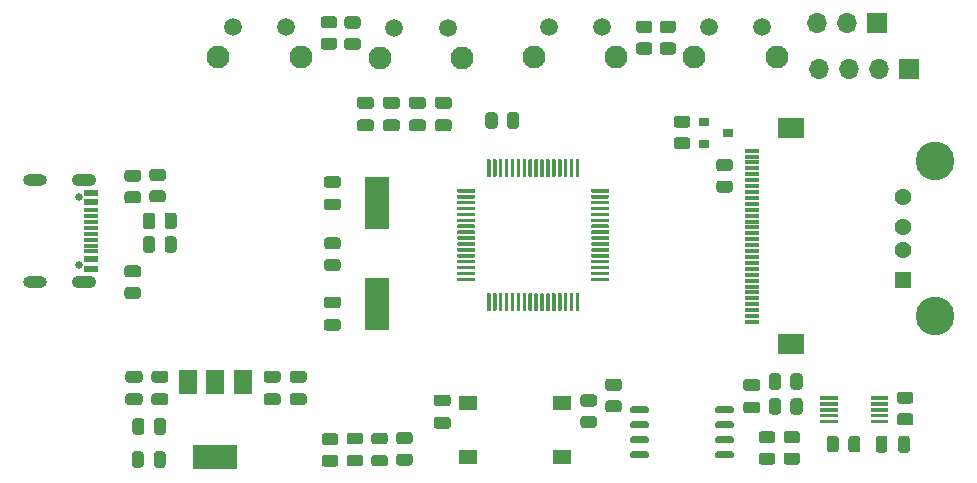
<source format=gbr>
%TF.GenerationSoftware,KiCad,Pcbnew,(5.1.10)-1*%
%TF.CreationDate,2022-04-11T13:22:52+08:00*%
%TF.ProjectId,stm32f103,73746d33-3266-4313-9033-2e6b69636164,rev?*%
%TF.SameCoordinates,Original*%
%TF.FileFunction,Soldermask,Top*%
%TF.FilePolarity,Negative*%
%FSLAX46Y46*%
G04 Gerber Fmt 4.6, Leading zero omitted, Abs format (unit mm)*
G04 Created by KiCad (PCBNEW (5.1.10)-1) date 2022-04-11 13:22:52*
%MOMM*%
%LPD*%
G01*
G04 APERTURE LIST*
%ADD10R,2.200000X1.800000*%
%ADD11R,1.300000X0.300000*%
%ADD12R,1.428000X1.428000*%
%ADD13C,1.428000*%
%ADD14C,3.276000*%
%ADD15O,2.000000X1.000000*%
%ADD16O,2.100000X1.050000*%
%ADD17C,0.650000*%
%ADD18R,1.150000X0.600000*%
%ADD19R,1.150000X0.300000*%
%ADD20O,1.700000X1.700000*%
%ADD21R,1.700000X1.700000*%
%ADD22R,0.900000X0.800000*%
%ADD23C,1.498000*%
%ADD24C,1.950000*%
%ADD25R,1.550000X1.300000*%
%ADD26R,1.500000X2.000000*%
%ADD27R,3.800000X2.000000*%
%ADD28R,2.000000X4.500000*%
G04 APERTURE END LIST*
D10*
%TO.C,J4*%
X179900000Y-89450000D03*
X179900000Y-107750000D03*
D11*
X176650000Y-105850000D03*
X176650000Y-105350000D03*
X176650000Y-104850000D03*
X176650000Y-104350000D03*
X176650000Y-103850000D03*
X176650000Y-103350000D03*
X176650000Y-102850000D03*
X176650000Y-102350000D03*
X176650000Y-101850000D03*
X176650000Y-101350000D03*
X176650000Y-100850000D03*
X176650000Y-100350000D03*
X176650000Y-99850000D03*
X176650000Y-99350000D03*
X176650000Y-98850000D03*
X176650000Y-98350000D03*
X176650000Y-97850000D03*
X176650000Y-97350000D03*
X176650000Y-96850000D03*
X176650000Y-96350000D03*
X176650000Y-95850000D03*
X176650000Y-95350000D03*
X176650000Y-94850000D03*
X176650000Y-94350000D03*
X176650000Y-93850000D03*
X176650000Y-93350000D03*
X176650000Y-92850000D03*
X176650000Y-92350000D03*
X176650000Y-91850000D03*
X176650000Y-91350000D03*
%TD*%
%TO.C,R11*%
G36*
G01*
X126087500Y-98849998D02*
X126087500Y-99750002D01*
G75*
G02*
X125837502Y-100000000I-249998J0D01*
G01*
X125312498Y-100000000D01*
G75*
G02*
X125062500Y-99750002I0J249998D01*
G01*
X125062500Y-98849998D01*
G75*
G02*
X125312498Y-98600000I249998J0D01*
G01*
X125837502Y-98600000D01*
G75*
G02*
X126087500Y-98849998I0J-249998D01*
G01*
G37*
G36*
G01*
X127912500Y-98849998D02*
X127912500Y-99750002D01*
G75*
G02*
X127662502Y-100000000I-249998J0D01*
G01*
X127137498Y-100000000D01*
G75*
G02*
X126887500Y-99750002I0J249998D01*
G01*
X126887500Y-98849998D01*
G75*
G02*
X127137498Y-98600000I249998J0D01*
G01*
X127662502Y-98600000D01*
G75*
G02*
X127912500Y-98849998I0J-249998D01*
G01*
G37*
%TD*%
%TO.C,R12*%
G36*
G01*
X126087500Y-96849998D02*
X126087500Y-97750002D01*
G75*
G02*
X125837502Y-98000000I-249998J0D01*
G01*
X125312498Y-98000000D01*
G75*
G02*
X125062500Y-97750002I0J249998D01*
G01*
X125062500Y-96849998D01*
G75*
G02*
X125312498Y-96600000I249998J0D01*
G01*
X125837502Y-96600000D01*
G75*
G02*
X126087500Y-96849998I0J-249998D01*
G01*
G37*
G36*
G01*
X127912500Y-96849998D02*
X127912500Y-97750002D01*
G75*
G02*
X127662502Y-98000000I-249998J0D01*
G01*
X127137498Y-98000000D01*
G75*
G02*
X126887500Y-97750002I0J249998D01*
G01*
X126887500Y-96849998D01*
G75*
G02*
X127137498Y-96600000I249998J0D01*
G01*
X127662502Y-96600000D01*
G75*
G02*
X127912500Y-96849998I0J-249998D01*
G01*
G37*
%TD*%
%TO.C,U2*%
G36*
G01*
X151650000Y-94825000D02*
X151650000Y-94675000D01*
G75*
G02*
X151725000Y-94600000I75000J0D01*
G01*
X153125000Y-94600000D01*
G75*
G02*
X153200000Y-94675000I0J-75000D01*
G01*
X153200000Y-94825000D01*
G75*
G02*
X153125000Y-94900000I-75000J0D01*
G01*
X151725000Y-94900000D01*
G75*
G02*
X151650000Y-94825000I0J75000D01*
G01*
G37*
G36*
G01*
X151650000Y-95325000D02*
X151650000Y-95175000D01*
G75*
G02*
X151725000Y-95100000I75000J0D01*
G01*
X153125000Y-95100000D01*
G75*
G02*
X153200000Y-95175000I0J-75000D01*
G01*
X153200000Y-95325000D01*
G75*
G02*
X153125000Y-95400000I-75000J0D01*
G01*
X151725000Y-95400000D01*
G75*
G02*
X151650000Y-95325000I0J75000D01*
G01*
G37*
G36*
G01*
X151650000Y-95825000D02*
X151650000Y-95675000D01*
G75*
G02*
X151725000Y-95600000I75000J0D01*
G01*
X153125000Y-95600000D01*
G75*
G02*
X153200000Y-95675000I0J-75000D01*
G01*
X153200000Y-95825000D01*
G75*
G02*
X153125000Y-95900000I-75000J0D01*
G01*
X151725000Y-95900000D01*
G75*
G02*
X151650000Y-95825000I0J75000D01*
G01*
G37*
G36*
G01*
X151650000Y-96325000D02*
X151650000Y-96175000D01*
G75*
G02*
X151725000Y-96100000I75000J0D01*
G01*
X153125000Y-96100000D01*
G75*
G02*
X153200000Y-96175000I0J-75000D01*
G01*
X153200000Y-96325000D01*
G75*
G02*
X153125000Y-96400000I-75000J0D01*
G01*
X151725000Y-96400000D01*
G75*
G02*
X151650000Y-96325000I0J75000D01*
G01*
G37*
G36*
G01*
X151650000Y-96825000D02*
X151650000Y-96675000D01*
G75*
G02*
X151725000Y-96600000I75000J0D01*
G01*
X153125000Y-96600000D01*
G75*
G02*
X153200000Y-96675000I0J-75000D01*
G01*
X153200000Y-96825000D01*
G75*
G02*
X153125000Y-96900000I-75000J0D01*
G01*
X151725000Y-96900000D01*
G75*
G02*
X151650000Y-96825000I0J75000D01*
G01*
G37*
G36*
G01*
X151650000Y-97325000D02*
X151650000Y-97175000D01*
G75*
G02*
X151725000Y-97100000I75000J0D01*
G01*
X153125000Y-97100000D01*
G75*
G02*
X153200000Y-97175000I0J-75000D01*
G01*
X153200000Y-97325000D01*
G75*
G02*
X153125000Y-97400000I-75000J0D01*
G01*
X151725000Y-97400000D01*
G75*
G02*
X151650000Y-97325000I0J75000D01*
G01*
G37*
G36*
G01*
X151650000Y-97825000D02*
X151650000Y-97675000D01*
G75*
G02*
X151725000Y-97600000I75000J0D01*
G01*
X153125000Y-97600000D01*
G75*
G02*
X153200000Y-97675000I0J-75000D01*
G01*
X153200000Y-97825000D01*
G75*
G02*
X153125000Y-97900000I-75000J0D01*
G01*
X151725000Y-97900000D01*
G75*
G02*
X151650000Y-97825000I0J75000D01*
G01*
G37*
G36*
G01*
X151650000Y-98325000D02*
X151650000Y-98175000D01*
G75*
G02*
X151725000Y-98100000I75000J0D01*
G01*
X153125000Y-98100000D01*
G75*
G02*
X153200000Y-98175000I0J-75000D01*
G01*
X153200000Y-98325000D01*
G75*
G02*
X153125000Y-98400000I-75000J0D01*
G01*
X151725000Y-98400000D01*
G75*
G02*
X151650000Y-98325000I0J75000D01*
G01*
G37*
G36*
G01*
X151650000Y-98825000D02*
X151650000Y-98675000D01*
G75*
G02*
X151725000Y-98600000I75000J0D01*
G01*
X153125000Y-98600000D01*
G75*
G02*
X153200000Y-98675000I0J-75000D01*
G01*
X153200000Y-98825000D01*
G75*
G02*
X153125000Y-98900000I-75000J0D01*
G01*
X151725000Y-98900000D01*
G75*
G02*
X151650000Y-98825000I0J75000D01*
G01*
G37*
G36*
G01*
X151650000Y-99325000D02*
X151650000Y-99175000D01*
G75*
G02*
X151725000Y-99100000I75000J0D01*
G01*
X153125000Y-99100000D01*
G75*
G02*
X153200000Y-99175000I0J-75000D01*
G01*
X153200000Y-99325000D01*
G75*
G02*
X153125000Y-99400000I-75000J0D01*
G01*
X151725000Y-99400000D01*
G75*
G02*
X151650000Y-99325000I0J75000D01*
G01*
G37*
G36*
G01*
X151650000Y-99825000D02*
X151650000Y-99675000D01*
G75*
G02*
X151725000Y-99600000I75000J0D01*
G01*
X153125000Y-99600000D01*
G75*
G02*
X153200000Y-99675000I0J-75000D01*
G01*
X153200000Y-99825000D01*
G75*
G02*
X153125000Y-99900000I-75000J0D01*
G01*
X151725000Y-99900000D01*
G75*
G02*
X151650000Y-99825000I0J75000D01*
G01*
G37*
G36*
G01*
X151650000Y-100325000D02*
X151650000Y-100175000D01*
G75*
G02*
X151725000Y-100100000I75000J0D01*
G01*
X153125000Y-100100000D01*
G75*
G02*
X153200000Y-100175000I0J-75000D01*
G01*
X153200000Y-100325000D01*
G75*
G02*
X153125000Y-100400000I-75000J0D01*
G01*
X151725000Y-100400000D01*
G75*
G02*
X151650000Y-100325000I0J75000D01*
G01*
G37*
G36*
G01*
X151650000Y-100825000D02*
X151650000Y-100675000D01*
G75*
G02*
X151725000Y-100600000I75000J0D01*
G01*
X153125000Y-100600000D01*
G75*
G02*
X153200000Y-100675000I0J-75000D01*
G01*
X153200000Y-100825000D01*
G75*
G02*
X153125000Y-100900000I-75000J0D01*
G01*
X151725000Y-100900000D01*
G75*
G02*
X151650000Y-100825000I0J75000D01*
G01*
G37*
G36*
G01*
X151650000Y-101325000D02*
X151650000Y-101175000D01*
G75*
G02*
X151725000Y-101100000I75000J0D01*
G01*
X153125000Y-101100000D01*
G75*
G02*
X153200000Y-101175000I0J-75000D01*
G01*
X153200000Y-101325000D01*
G75*
G02*
X153125000Y-101400000I-75000J0D01*
G01*
X151725000Y-101400000D01*
G75*
G02*
X151650000Y-101325000I0J75000D01*
G01*
G37*
G36*
G01*
X151650000Y-101825000D02*
X151650000Y-101675000D01*
G75*
G02*
X151725000Y-101600000I75000J0D01*
G01*
X153125000Y-101600000D01*
G75*
G02*
X153200000Y-101675000I0J-75000D01*
G01*
X153200000Y-101825000D01*
G75*
G02*
X153125000Y-101900000I-75000J0D01*
G01*
X151725000Y-101900000D01*
G75*
G02*
X151650000Y-101825000I0J75000D01*
G01*
G37*
G36*
G01*
X151650000Y-102325000D02*
X151650000Y-102175000D01*
G75*
G02*
X151725000Y-102100000I75000J0D01*
G01*
X153125000Y-102100000D01*
G75*
G02*
X153200000Y-102175000I0J-75000D01*
G01*
X153200000Y-102325000D01*
G75*
G02*
X153125000Y-102400000I-75000J0D01*
G01*
X151725000Y-102400000D01*
G75*
G02*
X151650000Y-102325000I0J75000D01*
G01*
G37*
G36*
G01*
X154200000Y-104875000D02*
X154200000Y-103475000D01*
G75*
G02*
X154275000Y-103400000I75000J0D01*
G01*
X154425000Y-103400000D01*
G75*
G02*
X154500000Y-103475000I0J-75000D01*
G01*
X154500000Y-104875000D01*
G75*
G02*
X154425000Y-104950000I-75000J0D01*
G01*
X154275000Y-104950000D01*
G75*
G02*
X154200000Y-104875000I0J75000D01*
G01*
G37*
G36*
G01*
X154700000Y-104875000D02*
X154700000Y-103475000D01*
G75*
G02*
X154775000Y-103400000I75000J0D01*
G01*
X154925000Y-103400000D01*
G75*
G02*
X155000000Y-103475000I0J-75000D01*
G01*
X155000000Y-104875000D01*
G75*
G02*
X154925000Y-104950000I-75000J0D01*
G01*
X154775000Y-104950000D01*
G75*
G02*
X154700000Y-104875000I0J75000D01*
G01*
G37*
G36*
G01*
X155200000Y-104875000D02*
X155200000Y-103475000D01*
G75*
G02*
X155275000Y-103400000I75000J0D01*
G01*
X155425000Y-103400000D01*
G75*
G02*
X155500000Y-103475000I0J-75000D01*
G01*
X155500000Y-104875000D01*
G75*
G02*
X155425000Y-104950000I-75000J0D01*
G01*
X155275000Y-104950000D01*
G75*
G02*
X155200000Y-104875000I0J75000D01*
G01*
G37*
G36*
G01*
X155700000Y-104875000D02*
X155700000Y-103475000D01*
G75*
G02*
X155775000Y-103400000I75000J0D01*
G01*
X155925000Y-103400000D01*
G75*
G02*
X156000000Y-103475000I0J-75000D01*
G01*
X156000000Y-104875000D01*
G75*
G02*
X155925000Y-104950000I-75000J0D01*
G01*
X155775000Y-104950000D01*
G75*
G02*
X155700000Y-104875000I0J75000D01*
G01*
G37*
G36*
G01*
X156200000Y-104875000D02*
X156200000Y-103475000D01*
G75*
G02*
X156275000Y-103400000I75000J0D01*
G01*
X156425000Y-103400000D01*
G75*
G02*
X156500000Y-103475000I0J-75000D01*
G01*
X156500000Y-104875000D01*
G75*
G02*
X156425000Y-104950000I-75000J0D01*
G01*
X156275000Y-104950000D01*
G75*
G02*
X156200000Y-104875000I0J75000D01*
G01*
G37*
G36*
G01*
X156700000Y-104875000D02*
X156700000Y-103475000D01*
G75*
G02*
X156775000Y-103400000I75000J0D01*
G01*
X156925000Y-103400000D01*
G75*
G02*
X157000000Y-103475000I0J-75000D01*
G01*
X157000000Y-104875000D01*
G75*
G02*
X156925000Y-104950000I-75000J0D01*
G01*
X156775000Y-104950000D01*
G75*
G02*
X156700000Y-104875000I0J75000D01*
G01*
G37*
G36*
G01*
X157200000Y-104875000D02*
X157200000Y-103475000D01*
G75*
G02*
X157275000Y-103400000I75000J0D01*
G01*
X157425000Y-103400000D01*
G75*
G02*
X157500000Y-103475000I0J-75000D01*
G01*
X157500000Y-104875000D01*
G75*
G02*
X157425000Y-104950000I-75000J0D01*
G01*
X157275000Y-104950000D01*
G75*
G02*
X157200000Y-104875000I0J75000D01*
G01*
G37*
G36*
G01*
X157700000Y-104875000D02*
X157700000Y-103475000D01*
G75*
G02*
X157775000Y-103400000I75000J0D01*
G01*
X157925000Y-103400000D01*
G75*
G02*
X158000000Y-103475000I0J-75000D01*
G01*
X158000000Y-104875000D01*
G75*
G02*
X157925000Y-104950000I-75000J0D01*
G01*
X157775000Y-104950000D01*
G75*
G02*
X157700000Y-104875000I0J75000D01*
G01*
G37*
G36*
G01*
X158200000Y-104875000D02*
X158200000Y-103475000D01*
G75*
G02*
X158275000Y-103400000I75000J0D01*
G01*
X158425000Y-103400000D01*
G75*
G02*
X158500000Y-103475000I0J-75000D01*
G01*
X158500000Y-104875000D01*
G75*
G02*
X158425000Y-104950000I-75000J0D01*
G01*
X158275000Y-104950000D01*
G75*
G02*
X158200000Y-104875000I0J75000D01*
G01*
G37*
G36*
G01*
X158700000Y-104875000D02*
X158700000Y-103475000D01*
G75*
G02*
X158775000Y-103400000I75000J0D01*
G01*
X158925000Y-103400000D01*
G75*
G02*
X159000000Y-103475000I0J-75000D01*
G01*
X159000000Y-104875000D01*
G75*
G02*
X158925000Y-104950000I-75000J0D01*
G01*
X158775000Y-104950000D01*
G75*
G02*
X158700000Y-104875000I0J75000D01*
G01*
G37*
G36*
G01*
X159200000Y-104875000D02*
X159200000Y-103475000D01*
G75*
G02*
X159275000Y-103400000I75000J0D01*
G01*
X159425000Y-103400000D01*
G75*
G02*
X159500000Y-103475000I0J-75000D01*
G01*
X159500000Y-104875000D01*
G75*
G02*
X159425000Y-104950000I-75000J0D01*
G01*
X159275000Y-104950000D01*
G75*
G02*
X159200000Y-104875000I0J75000D01*
G01*
G37*
G36*
G01*
X159700000Y-104875000D02*
X159700000Y-103475000D01*
G75*
G02*
X159775000Y-103400000I75000J0D01*
G01*
X159925000Y-103400000D01*
G75*
G02*
X160000000Y-103475000I0J-75000D01*
G01*
X160000000Y-104875000D01*
G75*
G02*
X159925000Y-104950000I-75000J0D01*
G01*
X159775000Y-104950000D01*
G75*
G02*
X159700000Y-104875000I0J75000D01*
G01*
G37*
G36*
G01*
X160200000Y-104875000D02*
X160200000Y-103475000D01*
G75*
G02*
X160275000Y-103400000I75000J0D01*
G01*
X160425000Y-103400000D01*
G75*
G02*
X160500000Y-103475000I0J-75000D01*
G01*
X160500000Y-104875000D01*
G75*
G02*
X160425000Y-104950000I-75000J0D01*
G01*
X160275000Y-104950000D01*
G75*
G02*
X160200000Y-104875000I0J75000D01*
G01*
G37*
G36*
G01*
X160700000Y-104875000D02*
X160700000Y-103475000D01*
G75*
G02*
X160775000Y-103400000I75000J0D01*
G01*
X160925000Y-103400000D01*
G75*
G02*
X161000000Y-103475000I0J-75000D01*
G01*
X161000000Y-104875000D01*
G75*
G02*
X160925000Y-104950000I-75000J0D01*
G01*
X160775000Y-104950000D01*
G75*
G02*
X160700000Y-104875000I0J75000D01*
G01*
G37*
G36*
G01*
X161200000Y-104875000D02*
X161200000Y-103475000D01*
G75*
G02*
X161275000Y-103400000I75000J0D01*
G01*
X161425000Y-103400000D01*
G75*
G02*
X161500000Y-103475000I0J-75000D01*
G01*
X161500000Y-104875000D01*
G75*
G02*
X161425000Y-104950000I-75000J0D01*
G01*
X161275000Y-104950000D01*
G75*
G02*
X161200000Y-104875000I0J75000D01*
G01*
G37*
G36*
G01*
X161700000Y-104875000D02*
X161700000Y-103475000D01*
G75*
G02*
X161775000Y-103400000I75000J0D01*
G01*
X161925000Y-103400000D01*
G75*
G02*
X162000000Y-103475000I0J-75000D01*
G01*
X162000000Y-104875000D01*
G75*
G02*
X161925000Y-104950000I-75000J0D01*
G01*
X161775000Y-104950000D01*
G75*
G02*
X161700000Y-104875000I0J75000D01*
G01*
G37*
G36*
G01*
X163000000Y-102325000D02*
X163000000Y-102175000D01*
G75*
G02*
X163075000Y-102100000I75000J0D01*
G01*
X164475000Y-102100000D01*
G75*
G02*
X164550000Y-102175000I0J-75000D01*
G01*
X164550000Y-102325000D01*
G75*
G02*
X164475000Y-102400000I-75000J0D01*
G01*
X163075000Y-102400000D01*
G75*
G02*
X163000000Y-102325000I0J75000D01*
G01*
G37*
G36*
G01*
X163000000Y-101825000D02*
X163000000Y-101675000D01*
G75*
G02*
X163075000Y-101600000I75000J0D01*
G01*
X164475000Y-101600000D01*
G75*
G02*
X164550000Y-101675000I0J-75000D01*
G01*
X164550000Y-101825000D01*
G75*
G02*
X164475000Y-101900000I-75000J0D01*
G01*
X163075000Y-101900000D01*
G75*
G02*
X163000000Y-101825000I0J75000D01*
G01*
G37*
G36*
G01*
X163000000Y-101325000D02*
X163000000Y-101175000D01*
G75*
G02*
X163075000Y-101100000I75000J0D01*
G01*
X164475000Y-101100000D01*
G75*
G02*
X164550000Y-101175000I0J-75000D01*
G01*
X164550000Y-101325000D01*
G75*
G02*
X164475000Y-101400000I-75000J0D01*
G01*
X163075000Y-101400000D01*
G75*
G02*
X163000000Y-101325000I0J75000D01*
G01*
G37*
G36*
G01*
X163000000Y-100825000D02*
X163000000Y-100675000D01*
G75*
G02*
X163075000Y-100600000I75000J0D01*
G01*
X164475000Y-100600000D01*
G75*
G02*
X164550000Y-100675000I0J-75000D01*
G01*
X164550000Y-100825000D01*
G75*
G02*
X164475000Y-100900000I-75000J0D01*
G01*
X163075000Y-100900000D01*
G75*
G02*
X163000000Y-100825000I0J75000D01*
G01*
G37*
G36*
G01*
X163000000Y-100325000D02*
X163000000Y-100175000D01*
G75*
G02*
X163075000Y-100100000I75000J0D01*
G01*
X164475000Y-100100000D01*
G75*
G02*
X164550000Y-100175000I0J-75000D01*
G01*
X164550000Y-100325000D01*
G75*
G02*
X164475000Y-100400000I-75000J0D01*
G01*
X163075000Y-100400000D01*
G75*
G02*
X163000000Y-100325000I0J75000D01*
G01*
G37*
G36*
G01*
X163000000Y-99825000D02*
X163000000Y-99675000D01*
G75*
G02*
X163075000Y-99600000I75000J0D01*
G01*
X164475000Y-99600000D01*
G75*
G02*
X164550000Y-99675000I0J-75000D01*
G01*
X164550000Y-99825000D01*
G75*
G02*
X164475000Y-99900000I-75000J0D01*
G01*
X163075000Y-99900000D01*
G75*
G02*
X163000000Y-99825000I0J75000D01*
G01*
G37*
G36*
G01*
X163000000Y-99325000D02*
X163000000Y-99175000D01*
G75*
G02*
X163075000Y-99100000I75000J0D01*
G01*
X164475000Y-99100000D01*
G75*
G02*
X164550000Y-99175000I0J-75000D01*
G01*
X164550000Y-99325000D01*
G75*
G02*
X164475000Y-99400000I-75000J0D01*
G01*
X163075000Y-99400000D01*
G75*
G02*
X163000000Y-99325000I0J75000D01*
G01*
G37*
G36*
G01*
X163000000Y-98825000D02*
X163000000Y-98675000D01*
G75*
G02*
X163075000Y-98600000I75000J0D01*
G01*
X164475000Y-98600000D01*
G75*
G02*
X164550000Y-98675000I0J-75000D01*
G01*
X164550000Y-98825000D01*
G75*
G02*
X164475000Y-98900000I-75000J0D01*
G01*
X163075000Y-98900000D01*
G75*
G02*
X163000000Y-98825000I0J75000D01*
G01*
G37*
G36*
G01*
X163000000Y-98325000D02*
X163000000Y-98175000D01*
G75*
G02*
X163075000Y-98100000I75000J0D01*
G01*
X164475000Y-98100000D01*
G75*
G02*
X164550000Y-98175000I0J-75000D01*
G01*
X164550000Y-98325000D01*
G75*
G02*
X164475000Y-98400000I-75000J0D01*
G01*
X163075000Y-98400000D01*
G75*
G02*
X163000000Y-98325000I0J75000D01*
G01*
G37*
G36*
G01*
X163000000Y-97825000D02*
X163000000Y-97675000D01*
G75*
G02*
X163075000Y-97600000I75000J0D01*
G01*
X164475000Y-97600000D01*
G75*
G02*
X164550000Y-97675000I0J-75000D01*
G01*
X164550000Y-97825000D01*
G75*
G02*
X164475000Y-97900000I-75000J0D01*
G01*
X163075000Y-97900000D01*
G75*
G02*
X163000000Y-97825000I0J75000D01*
G01*
G37*
G36*
G01*
X163000000Y-97325000D02*
X163000000Y-97175000D01*
G75*
G02*
X163075000Y-97100000I75000J0D01*
G01*
X164475000Y-97100000D01*
G75*
G02*
X164550000Y-97175000I0J-75000D01*
G01*
X164550000Y-97325000D01*
G75*
G02*
X164475000Y-97400000I-75000J0D01*
G01*
X163075000Y-97400000D01*
G75*
G02*
X163000000Y-97325000I0J75000D01*
G01*
G37*
G36*
G01*
X163000000Y-96825000D02*
X163000000Y-96675000D01*
G75*
G02*
X163075000Y-96600000I75000J0D01*
G01*
X164475000Y-96600000D01*
G75*
G02*
X164550000Y-96675000I0J-75000D01*
G01*
X164550000Y-96825000D01*
G75*
G02*
X164475000Y-96900000I-75000J0D01*
G01*
X163075000Y-96900000D01*
G75*
G02*
X163000000Y-96825000I0J75000D01*
G01*
G37*
G36*
G01*
X163000000Y-96325000D02*
X163000000Y-96175000D01*
G75*
G02*
X163075000Y-96100000I75000J0D01*
G01*
X164475000Y-96100000D01*
G75*
G02*
X164550000Y-96175000I0J-75000D01*
G01*
X164550000Y-96325000D01*
G75*
G02*
X164475000Y-96400000I-75000J0D01*
G01*
X163075000Y-96400000D01*
G75*
G02*
X163000000Y-96325000I0J75000D01*
G01*
G37*
G36*
G01*
X163000000Y-95825000D02*
X163000000Y-95675000D01*
G75*
G02*
X163075000Y-95600000I75000J0D01*
G01*
X164475000Y-95600000D01*
G75*
G02*
X164550000Y-95675000I0J-75000D01*
G01*
X164550000Y-95825000D01*
G75*
G02*
X164475000Y-95900000I-75000J0D01*
G01*
X163075000Y-95900000D01*
G75*
G02*
X163000000Y-95825000I0J75000D01*
G01*
G37*
G36*
G01*
X163000000Y-95325000D02*
X163000000Y-95175000D01*
G75*
G02*
X163075000Y-95100000I75000J0D01*
G01*
X164475000Y-95100000D01*
G75*
G02*
X164550000Y-95175000I0J-75000D01*
G01*
X164550000Y-95325000D01*
G75*
G02*
X164475000Y-95400000I-75000J0D01*
G01*
X163075000Y-95400000D01*
G75*
G02*
X163000000Y-95325000I0J75000D01*
G01*
G37*
G36*
G01*
X163000000Y-94825000D02*
X163000000Y-94675000D01*
G75*
G02*
X163075000Y-94600000I75000J0D01*
G01*
X164475000Y-94600000D01*
G75*
G02*
X164550000Y-94675000I0J-75000D01*
G01*
X164550000Y-94825000D01*
G75*
G02*
X164475000Y-94900000I-75000J0D01*
G01*
X163075000Y-94900000D01*
G75*
G02*
X163000000Y-94825000I0J75000D01*
G01*
G37*
G36*
G01*
X161700000Y-93525000D02*
X161700000Y-92125000D01*
G75*
G02*
X161775000Y-92050000I75000J0D01*
G01*
X161925000Y-92050000D01*
G75*
G02*
X162000000Y-92125000I0J-75000D01*
G01*
X162000000Y-93525000D01*
G75*
G02*
X161925000Y-93600000I-75000J0D01*
G01*
X161775000Y-93600000D01*
G75*
G02*
X161700000Y-93525000I0J75000D01*
G01*
G37*
G36*
G01*
X161200000Y-93525000D02*
X161200000Y-92125000D01*
G75*
G02*
X161275000Y-92050000I75000J0D01*
G01*
X161425000Y-92050000D01*
G75*
G02*
X161500000Y-92125000I0J-75000D01*
G01*
X161500000Y-93525000D01*
G75*
G02*
X161425000Y-93600000I-75000J0D01*
G01*
X161275000Y-93600000D01*
G75*
G02*
X161200000Y-93525000I0J75000D01*
G01*
G37*
G36*
G01*
X160700000Y-93525000D02*
X160700000Y-92125000D01*
G75*
G02*
X160775000Y-92050000I75000J0D01*
G01*
X160925000Y-92050000D01*
G75*
G02*
X161000000Y-92125000I0J-75000D01*
G01*
X161000000Y-93525000D01*
G75*
G02*
X160925000Y-93600000I-75000J0D01*
G01*
X160775000Y-93600000D01*
G75*
G02*
X160700000Y-93525000I0J75000D01*
G01*
G37*
G36*
G01*
X160200000Y-93525000D02*
X160200000Y-92125000D01*
G75*
G02*
X160275000Y-92050000I75000J0D01*
G01*
X160425000Y-92050000D01*
G75*
G02*
X160500000Y-92125000I0J-75000D01*
G01*
X160500000Y-93525000D01*
G75*
G02*
X160425000Y-93600000I-75000J0D01*
G01*
X160275000Y-93600000D01*
G75*
G02*
X160200000Y-93525000I0J75000D01*
G01*
G37*
G36*
G01*
X159700000Y-93525000D02*
X159700000Y-92125000D01*
G75*
G02*
X159775000Y-92050000I75000J0D01*
G01*
X159925000Y-92050000D01*
G75*
G02*
X160000000Y-92125000I0J-75000D01*
G01*
X160000000Y-93525000D01*
G75*
G02*
X159925000Y-93600000I-75000J0D01*
G01*
X159775000Y-93600000D01*
G75*
G02*
X159700000Y-93525000I0J75000D01*
G01*
G37*
G36*
G01*
X159200000Y-93525000D02*
X159200000Y-92125000D01*
G75*
G02*
X159275000Y-92050000I75000J0D01*
G01*
X159425000Y-92050000D01*
G75*
G02*
X159500000Y-92125000I0J-75000D01*
G01*
X159500000Y-93525000D01*
G75*
G02*
X159425000Y-93600000I-75000J0D01*
G01*
X159275000Y-93600000D01*
G75*
G02*
X159200000Y-93525000I0J75000D01*
G01*
G37*
G36*
G01*
X158700000Y-93525000D02*
X158700000Y-92125000D01*
G75*
G02*
X158775000Y-92050000I75000J0D01*
G01*
X158925000Y-92050000D01*
G75*
G02*
X159000000Y-92125000I0J-75000D01*
G01*
X159000000Y-93525000D01*
G75*
G02*
X158925000Y-93600000I-75000J0D01*
G01*
X158775000Y-93600000D01*
G75*
G02*
X158700000Y-93525000I0J75000D01*
G01*
G37*
G36*
G01*
X158200000Y-93525000D02*
X158200000Y-92125000D01*
G75*
G02*
X158275000Y-92050000I75000J0D01*
G01*
X158425000Y-92050000D01*
G75*
G02*
X158500000Y-92125000I0J-75000D01*
G01*
X158500000Y-93525000D01*
G75*
G02*
X158425000Y-93600000I-75000J0D01*
G01*
X158275000Y-93600000D01*
G75*
G02*
X158200000Y-93525000I0J75000D01*
G01*
G37*
G36*
G01*
X157700000Y-93525000D02*
X157700000Y-92125000D01*
G75*
G02*
X157775000Y-92050000I75000J0D01*
G01*
X157925000Y-92050000D01*
G75*
G02*
X158000000Y-92125000I0J-75000D01*
G01*
X158000000Y-93525000D01*
G75*
G02*
X157925000Y-93600000I-75000J0D01*
G01*
X157775000Y-93600000D01*
G75*
G02*
X157700000Y-93525000I0J75000D01*
G01*
G37*
G36*
G01*
X157200000Y-93525000D02*
X157200000Y-92125000D01*
G75*
G02*
X157275000Y-92050000I75000J0D01*
G01*
X157425000Y-92050000D01*
G75*
G02*
X157500000Y-92125000I0J-75000D01*
G01*
X157500000Y-93525000D01*
G75*
G02*
X157425000Y-93600000I-75000J0D01*
G01*
X157275000Y-93600000D01*
G75*
G02*
X157200000Y-93525000I0J75000D01*
G01*
G37*
G36*
G01*
X156700000Y-93525000D02*
X156700000Y-92125000D01*
G75*
G02*
X156775000Y-92050000I75000J0D01*
G01*
X156925000Y-92050000D01*
G75*
G02*
X157000000Y-92125000I0J-75000D01*
G01*
X157000000Y-93525000D01*
G75*
G02*
X156925000Y-93600000I-75000J0D01*
G01*
X156775000Y-93600000D01*
G75*
G02*
X156700000Y-93525000I0J75000D01*
G01*
G37*
G36*
G01*
X156200000Y-93525000D02*
X156200000Y-92125000D01*
G75*
G02*
X156275000Y-92050000I75000J0D01*
G01*
X156425000Y-92050000D01*
G75*
G02*
X156500000Y-92125000I0J-75000D01*
G01*
X156500000Y-93525000D01*
G75*
G02*
X156425000Y-93600000I-75000J0D01*
G01*
X156275000Y-93600000D01*
G75*
G02*
X156200000Y-93525000I0J75000D01*
G01*
G37*
G36*
G01*
X155700000Y-93525000D02*
X155700000Y-92125000D01*
G75*
G02*
X155775000Y-92050000I75000J0D01*
G01*
X155925000Y-92050000D01*
G75*
G02*
X156000000Y-92125000I0J-75000D01*
G01*
X156000000Y-93525000D01*
G75*
G02*
X155925000Y-93600000I-75000J0D01*
G01*
X155775000Y-93600000D01*
G75*
G02*
X155700000Y-93525000I0J75000D01*
G01*
G37*
G36*
G01*
X155200000Y-93525000D02*
X155200000Y-92125000D01*
G75*
G02*
X155275000Y-92050000I75000J0D01*
G01*
X155425000Y-92050000D01*
G75*
G02*
X155500000Y-92125000I0J-75000D01*
G01*
X155500000Y-93525000D01*
G75*
G02*
X155425000Y-93600000I-75000J0D01*
G01*
X155275000Y-93600000D01*
G75*
G02*
X155200000Y-93525000I0J75000D01*
G01*
G37*
G36*
G01*
X154700000Y-93525000D02*
X154700000Y-92125000D01*
G75*
G02*
X154775000Y-92050000I75000J0D01*
G01*
X154925000Y-92050000D01*
G75*
G02*
X155000000Y-92125000I0J-75000D01*
G01*
X155000000Y-93525000D01*
G75*
G02*
X154925000Y-93600000I-75000J0D01*
G01*
X154775000Y-93600000D01*
G75*
G02*
X154700000Y-93525000I0J75000D01*
G01*
G37*
G36*
G01*
X154200000Y-93525000D02*
X154200000Y-92125000D01*
G75*
G02*
X154275000Y-92050000I75000J0D01*
G01*
X154425000Y-92050000D01*
G75*
G02*
X154500000Y-92125000I0J-75000D01*
G01*
X154500000Y-93525000D01*
G75*
G02*
X154425000Y-93600000I-75000J0D01*
G01*
X154275000Y-93600000D01*
G75*
G02*
X154200000Y-93525000I0J75000D01*
G01*
G37*
%TD*%
%TO.C,D3*%
G36*
G01*
X144643750Y-115237500D02*
X145556250Y-115237500D01*
G75*
G02*
X145800000Y-115481250I0J-243750D01*
G01*
X145800000Y-115968750D01*
G75*
G02*
X145556250Y-116212500I-243750J0D01*
G01*
X144643750Y-116212500D01*
G75*
G02*
X144400000Y-115968750I0J243750D01*
G01*
X144400000Y-115481250D01*
G75*
G02*
X144643750Y-115237500I243750J0D01*
G01*
G37*
G36*
G01*
X144643750Y-117112500D02*
X145556250Y-117112500D01*
G75*
G02*
X145800000Y-117356250I0J-243750D01*
G01*
X145800000Y-117843750D01*
G75*
G02*
X145556250Y-118087500I-243750J0D01*
G01*
X144643750Y-118087500D01*
G75*
G02*
X144400000Y-117843750I0J243750D01*
G01*
X144400000Y-117356250D01*
G75*
G02*
X144643750Y-117112500I243750J0D01*
G01*
G37*
%TD*%
D12*
%TO.C,J3*%
X189390000Y-102300000D03*
D13*
X189390000Y-99800000D03*
X189390000Y-97800000D03*
X189390000Y-95300000D03*
D14*
X192100000Y-105370000D03*
X192100000Y-92230000D03*
%TD*%
D15*
%TO.C,J9*%
X115930000Y-93810000D03*
X115930000Y-102450000D03*
D16*
X120110000Y-93810000D03*
X120110000Y-102450000D03*
D17*
X119610000Y-101020000D03*
X119610000Y-95240000D03*
D18*
X120685000Y-94930000D03*
X120685000Y-101330000D03*
X120685000Y-95730000D03*
X120685000Y-100530000D03*
D19*
X120685000Y-98380000D03*
X120685000Y-97880000D03*
X120685000Y-98880000D03*
X120685000Y-99380000D03*
X120685000Y-99880000D03*
X120685000Y-97380000D03*
X120685000Y-96880000D03*
X120685000Y-96380000D03*
%TD*%
%TO.C,C1*%
G36*
G01*
X141575000Y-96400000D02*
X140625000Y-96400000D01*
G75*
G02*
X140375000Y-96150000I0J250000D01*
G01*
X140375000Y-95650000D01*
G75*
G02*
X140625000Y-95400000I250000J0D01*
G01*
X141575000Y-95400000D01*
G75*
G02*
X141825000Y-95650000I0J-250000D01*
G01*
X141825000Y-96150000D01*
G75*
G02*
X141575000Y-96400000I-250000J0D01*
G01*
G37*
G36*
G01*
X141575000Y-94500000D02*
X140625000Y-94500000D01*
G75*
G02*
X140375000Y-94250000I0J250000D01*
G01*
X140375000Y-93750000D01*
G75*
G02*
X140625000Y-93500000I250000J0D01*
G01*
X141575000Y-93500000D01*
G75*
G02*
X141825000Y-93750000I0J-250000D01*
G01*
X141825000Y-94250000D01*
G75*
G02*
X141575000Y-94500000I-250000J0D01*
G01*
G37*
%TD*%
%TO.C,C2*%
G36*
G01*
X123825000Y-111900000D02*
X124775000Y-111900000D01*
G75*
G02*
X125025000Y-112150000I0J-250000D01*
G01*
X125025000Y-112650000D01*
G75*
G02*
X124775000Y-112900000I-250000J0D01*
G01*
X123825000Y-112900000D01*
G75*
G02*
X123575000Y-112650000I0J250000D01*
G01*
X123575000Y-112150000D01*
G75*
G02*
X123825000Y-111900000I250000J0D01*
G01*
G37*
G36*
G01*
X123825000Y-110000000D02*
X124775000Y-110000000D01*
G75*
G02*
X125025000Y-110250000I0J-250000D01*
G01*
X125025000Y-110750000D01*
G75*
G02*
X124775000Y-111000000I-250000J0D01*
G01*
X123825000Y-111000000D01*
G75*
G02*
X123575000Y-110750000I0J250000D01*
G01*
X123575000Y-110250000D01*
G75*
G02*
X123825000Y-110000000I250000J0D01*
G01*
G37*
%TD*%
%TO.C,C3*%
G36*
G01*
X149925000Y-113900000D02*
X150875000Y-113900000D01*
G75*
G02*
X151125000Y-114150000I0J-250000D01*
G01*
X151125000Y-114650000D01*
G75*
G02*
X150875000Y-114900000I-250000J0D01*
G01*
X149925000Y-114900000D01*
G75*
G02*
X149675000Y-114650000I0J250000D01*
G01*
X149675000Y-114150000D01*
G75*
G02*
X149925000Y-113900000I250000J0D01*
G01*
G37*
G36*
G01*
X149925000Y-112000000D02*
X150875000Y-112000000D01*
G75*
G02*
X151125000Y-112250000I0J-250000D01*
G01*
X151125000Y-112750000D01*
G75*
G02*
X150875000Y-113000000I-250000J0D01*
G01*
X149925000Y-113000000D01*
G75*
G02*
X149675000Y-112750000I0J250000D01*
G01*
X149675000Y-112250000D01*
G75*
G02*
X149925000Y-112000000I250000J0D01*
G01*
G37*
%TD*%
%TO.C,C4*%
G36*
G01*
X140625000Y-105600000D02*
X141575000Y-105600000D01*
G75*
G02*
X141825000Y-105850000I0J-250000D01*
G01*
X141825000Y-106350000D01*
G75*
G02*
X141575000Y-106600000I-250000J0D01*
G01*
X140625000Y-106600000D01*
G75*
G02*
X140375000Y-106350000I0J250000D01*
G01*
X140375000Y-105850000D01*
G75*
G02*
X140625000Y-105600000I250000J0D01*
G01*
G37*
G36*
G01*
X140625000Y-103700000D02*
X141575000Y-103700000D01*
G75*
G02*
X141825000Y-103950000I0J-250000D01*
G01*
X141825000Y-104450000D01*
G75*
G02*
X141575000Y-104700000I-250000J0D01*
G01*
X140625000Y-104700000D01*
G75*
G02*
X140375000Y-104450000I0J250000D01*
G01*
X140375000Y-103950000D01*
G75*
G02*
X140625000Y-103700000I250000J0D01*
G01*
G37*
%TD*%
%TO.C,C5*%
G36*
G01*
X136475000Y-112900000D02*
X135525000Y-112900000D01*
G75*
G02*
X135275000Y-112650000I0J250000D01*
G01*
X135275000Y-112150000D01*
G75*
G02*
X135525000Y-111900000I250000J0D01*
G01*
X136475000Y-111900000D01*
G75*
G02*
X136725000Y-112150000I0J-250000D01*
G01*
X136725000Y-112650000D01*
G75*
G02*
X136475000Y-112900000I-250000J0D01*
G01*
G37*
G36*
G01*
X136475000Y-111000000D02*
X135525000Y-111000000D01*
G75*
G02*
X135275000Y-110750000I0J250000D01*
G01*
X135275000Y-110250000D01*
G75*
G02*
X135525000Y-110000000I250000J0D01*
G01*
X136475000Y-110000000D01*
G75*
G02*
X136725000Y-110250000I0J-250000D01*
G01*
X136725000Y-110750000D01*
G75*
G02*
X136475000Y-111000000I-250000J0D01*
G01*
G37*
%TD*%
%TO.C,C6*%
G36*
G01*
X144375000Y-87800000D02*
X143425000Y-87800000D01*
G75*
G02*
X143175000Y-87550000I0J250000D01*
G01*
X143175000Y-87050000D01*
G75*
G02*
X143425000Y-86800000I250000J0D01*
G01*
X144375000Y-86800000D01*
G75*
G02*
X144625000Y-87050000I0J-250000D01*
G01*
X144625000Y-87550000D01*
G75*
G02*
X144375000Y-87800000I-250000J0D01*
G01*
G37*
G36*
G01*
X144375000Y-89700000D02*
X143425000Y-89700000D01*
G75*
G02*
X143175000Y-89450000I0J250000D01*
G01*
X143175000Y-88950000D01*
G75*
G02*
X143425000Y-88700000I250000J0D01*
G01*
X144375000Y-88700000D01*
G75*
G02*
X144625000Y-88950000I0J-250000D01*
G01*
X144625000Y-89450000D01*
G75*
G02*
X144375000Y-89700000I-250000J0D01*
G01*
G37*
%TD*%
%TO.C,C7*%
G36*
G01*
X146575000Y-89700000D02*
X145625000Y-89700000D01*
G75*
G02*
X145375000Y-89450000I0J250000D01*
G01*
X145375000Y-88950000D01*
G75*
G02*
X145625000Y-88700000I250000J0D01*
G01*
X146575000Y-88700000D01*
G75*
G02*
X146825000Y-88950000I0J-250000D01*
G01*
X146825000Y-89450000D01*
G75*
G02*
X146575000Y-89700000I-250000J0D01*
G01*
G37*
G36*
G01*
X146575000Y-87800000D02*
X145625000Y-87800000D01*
G75*
G02*
X145375000Y-87550000I0J250000D01*
G01*
X145375000Y-87050000D01*
G75*
G02*
X145625000Y-86800000I250000J0D01*
G01*
X146575000Y-86800000D01*
G75*
G02*
X146825000Y-87050000I0J-250000D01*
G01*
X146825000Y-87550000D01*
G75*
G02*
X146575000Y-87800000I-250000J0D01*
G01*
G37*
%TD*%
%TO.C,C8*%
G36*
G01*
X148775000Y-87800000D02*
X147825000Y-87800000D01*
G75*
G02*
X147575000Y-87550000I0J250000D01*
G01*
X147575000Y-87050000D01*
G75*
G02*
X147825000Y-86800000I250000J0D01*
G01*
X148775000Y-86800000D01*
G75*
G02*
X149025000Y-87050000I0J-250000D01*
G01*
X149025000Y-87550000D01*
G75*
G02*
X148775000Y-87800000I-250000J0D01*
G01*
G37*
G36*
G01*
X148775000Y-89700000D02*
X147825000Y-89700000D01*
G75*
G02*
X147575000Y-89450000I0J250000D01*
G01*
X147575000Y-88950000D01*
G75*
G02*
X147825000Y-88700000I250000J0D01*
G01*
X148775000Y-88700000D01*
G75*
G02*
X149025000Y-88950000I0J-250000D01*
G01*
X149025000Y-89450000D01*
G75*
G02*
X148775000Y-89700000I-250000J0D01*
G01*
G37*
%TD*%
%TO.C,C9*%
G36*
G01*
X150975000Y-89700000D02*
X150025000Y-89700000D01*
G75*
G02*
X149775000Y-89450000I0J250000D01*
G01*
X149775000Y-88950000D01*
G75*
G02*
X150025000Y-88700000I250000J0D01*
G01*
X150975000Y-88700000D01*
G75*
G02*
X151225000Y-88950000I0J-250000D01*
G01*
X151225000Y-89450000D01*
G75*
G02*
X150975000Y-89700000I-250000J0D01*
G01*
G37*
G36*
G01*
X150975000Y-87800000D02*
X150025000Y-87800000D01*
G75*
G02*
X149775000Y-87550000I0J250000D01*
G01*
X149775000Y-87050000D01*
G75*
G02*
X150025000Y-86800000I250000J0D01*
G01*
X150975000Y-86800000D01*
G75*
G02*
X151225000Y-87050000I0J-250000D01*
G01*
X151225000Y-87550000D01*
G75*
G02*
X150975000Y-87800000I-250000J0D01*
G01*
G37*
%TD*%
%TO.C,C10*%
G36*
G01*
X190000000Y-115725000D02*
X190000000Y-116675000D01*
G75*
G02*
X189750000Y-116925000I-250000J0D01*
G01*
X189250000Y-116925000D01*
G75*
G02*
X189000000Y-116675000I0J250000D01*
G01*
X189000000Y-115725000D01*
G75*
G02*
X189250000Y-115475000I250000J0D01*
G01*
X189750000Y-115475000D01*
G75*
G02*
X190000000Y-115725000I0J-250000D01*
G01*
G37*
G36*
G01*
X188100000Y-115725000D02*
X188100000Y-116675000D01*
G75*
G02*
X187850000Y-116925000I-250000J0D01*
G01*
X187350000Y-116925000D01*
G75*
G02*
X187100000Y-116675000I0J250000D01*
G01*
X187100000Y-115725000D01*
G75*
G02*
X187350000Y-115475000I250000J0D01*
G01*
X187850000Y-115475000D01*
G75*
G02*
X188100000Y-115725000I0J-250000D01*
G01*
G37*
%TD*%
%TO.C,C11*%
G36*
G01*
X126025000Y-110000000D02*
X126975000Y-110000000D01*
G75*
G02*
X127225000Y-110250000I0J-250000D01*
G01*
X127225000Y-110750000D01*
G75*
G02*
X126975000Y-111000000I-250000J0D01*
G01*
X126025000Y-111000000D01*
G75*
G02*
X125775000Y-110750000I0J250000D01*
G01*
X125775000Y-110250000D01*
G75*
G02*
X126025000Y-110000000I250000J0D01*
G01*
G37*
G36*
G01*
X126025000Y-111900000D02*
X126975000Y-111900000D01*
G75*
G02*
X127225000Y-112150000I0J-250000D01*
G01*
X127225000Y-112650000D01*
G75*
G02*
X126975000Y-112900000I-250000J0D01*
G01*
X126025000Y-112900000D01*
G75*
G02*
X125775000Y-112650000I0J250000D01*
G01*
X125775000Y-112150000D01*
G75*
G02*
X126025000Y-111900000I250000J0D01*
G01*
G37*
%TD*%
%TO.C,C12*%
G36*
G01*
X138675000Y-111000000D02*
X137725000Y-111000000D01*
G75*
G02*
X137475000Y-110750000I0J250000D01*
G01*
X137475000Y-110250000D01*
G75*
G02*
X137725000Y-110000000I250000J0D01*
G01*
X138675000Y-110000000D01*
G75*
G02*
X138925000Y-110250000I0J-250000D01*
G01*
X138925000Y-110750000D01*
G75*
G02*
X138675000Y-111000000I-250000J0D01*
G01*
G37*
G36*
G01*
X138675000Y-112900000D02*
X137725000Y-112900000D01*
G75*
G02*
X137475000Y-112650000I0J250000D01*
G01*
X137475000Y-112150000D01*
G75*
G02*
X137725000Y-111900000I250000J0D01*
G01*
X138675000Y-111900000D01*
G75*
G02*
X138925000Y-112150000I0J-250000D01*
G01*
X138925000Y-112650000D01*
G75*
G02*
X138675000Y-112900000I-250000J0D01*
G01*
G37*
%TD*%
%TO.C,C13*%
G36*
G01*
X177075000Y-111700000D02*
X176125000Y-111700000D01*
G75*
G02*
X175875000Y-111450000I0J250000D01*
G01*
X175875000Y-110950000D01*
G75*
G02*
X176125000Y-110700000I250000J0D01*
G01*
X177075000Y-110700000D01*
G75*
G02*
X177325000Y-110950000I0J-250000D01*
G01*
X177325000Y-111450000D01*
G75*
G02*
X177075000Y-111700000I-250000J0D01*
G01*
G37*
G36*
G01*
X177075000Y-113600000D02*
X176125000Y-113600000D01*
G75*
G02*
X175875000Y-113350000I0J250000D01*
G01*
X175875000Y-112850000D01*
G75*
G02*
X176125000Y-112600000I250000J0D01*
G01*
X177075000Y-112600000D01*
G75*
G02*
X177325000Y-112850000I0J-250000D01*
G01*
X177325000Y-113350000D01*
G75*
G02*
X177075000Y-113600000I-250000J0D01*
G01*
G37*
%TD*%
%TO.C,D1*%
G36*
G01*
X125112500Y-117043750D02*
X125112500Y-117956250D01*
G75*
G02*
X124868750Y-118200000I-243750J0D01*
G01*
X124381250Y-118200000D01*
G75*
G02*
X124137500Y-117956250I0J243750D01*
G01*
X124137500Y-117043750D01*
G75*
G02*
X124381250Y-116800000I243750J0D01*
G01*
X124868750Y-116800000D01*
G75*
G02*
X125112500Y-117043750I0J-243750D01*
G01*
G37*
G36*
G01*
X126987500Y-117043750D02*
X126987500Y-117956250D01*
G75*
G02*
X126743750Y-118200000I-243750J0D01*
G01*
X126256250Y-118200000D01*
G75*
G02*
X126012500Y-117956250I0J243750D01*
G01*
X126012500Y-117043750D01*
G75*
G02*
X126256250Y-116800000I243750J0D01*
G01*
X126743750Y-116800000D01*
G75*
G02*
X126987500Y-117043750I0J-243750D01*
G01*
G37*
%TD*%
%TO.C,D2*%
G36*
G01*
X142543750Y-117112500D02*
X143456250Y-117112500D01*
G75*
G02*
X143700000Y-117356250I0J-243750D01*
G01*
X143700000Y-117843750D01*
G75*
G02*
X143456250Y-118087500I-243750J0D01*
G01*
X142543750Y-118087500D01*
G75*
G02*
X142300000Y-117843750I0J243750D01*
G01*
X142300000Y-117356250D01*
G75*
G02*
X142543750Y-117112500I243750J0D01*
G01*
G37*
G36*
G01*
X142543750Y-115237500D02*
X143456250Y-115237500D01*
G75*
G02*
X143700000Y-115481250I0J-243750D01*
G01*
X143700000Y-115968750D01*
G75*
G02*
X143456250Y-116212500I-243750J0D01*
G01*
X142543750Y-116212500D01*
G75*
G02*
X142300000Y-115968750I0J243750D01*
G01*
X142300000Y-115481250D01*
G75*
G02*
X142543750Y-115237500I243750J0D01*
G01*
G37*
%TD*%
D20*
%TO.C,J1*%
X182280000Y-84400000D03*
X184820000Y-84400000D03*
X187360000Y-84400000D03*
D21*
X189900000Y-84400000D03*
%TD*%
D20*
%TO.C,J2*%
X182160000Y-80500000D03*
X184700000Y-80500000D03*
D21*
X187240000Y-80500000D03*
%TD*%
D22*
%TO.C,Q1*%
X174600000Y-89850000D03*
X172600000Y-90800000D03*
X172600000Y-88900000D03*
%TD*%
%TO.C,R1*%
G36*
G01*
X140349998Y-81787500D02*
X141250002Y-81787500D01*
G75*
G02*
X141500000Y-82037498I0J-249998D01*
G01*
X141500000Y-82562502D01*
G75*
G02*
X141250002Y-82812500I-249998J0D01*
G01*
X140349998Y-82812500D01*
G75*
G02*
X140100000Y-82562502I0J249998D01*
G01*
X140100000Y-82037498D01*
G75*
G02*
X140349998Y-81787500I249998J0D01*
G01*
G37*
G36*
G01*
X140349998Y-79962500D02*
X141250002Y-79962500D01*
G75*
G02*
X141500000Y-80212498I0J-249998D01*
G01*
X141500000Y-80737502D01*
G75*
G02*
X141250002Y-80987500I-249998J0D01*
G01*
X140349998Y-80987500D01*
G75*
G02*
X140100000Y-80737502I0J249998D01*
G01*
X140100000Y-80212498D01*
G75*
G02*
X140349998Y-79962500I249998J0D01*
G01*
G37*
%TD*%
%TO.C,R2*%
G36*
G01*
X142349998Y-79987500D02*
X143250002Y-79987500D01*
G75*
G02*
X143500000Y-80237498I0J-249998D01*
G01*
X143500000Y-80762502D01*
G75*
G02*
X143250002Y-81012500I-249998J0D01*
G01*
X142349998Y-81012500D01*
G75*
G02*
X142100000Y-80762502I0J249998D01*
G01*
X142100000Y-80237498D01*
G75*
G02*
X142349998Y-79987500I249998J0D01*
G01*
G37*
G36*
G01*
X142349998Y-81812500D02*
X143250002Y-81812500D01*
G75*
G02*
X143500000Y-82062498I0J-249998D01*
G01*
X143500000Y-82587502D01*
G75*
G02*
X143250002Y-82837500I-249998J0D01*
G01*
X142349998Y-82837500D01*
G75*
G02*
X142100000Y-82587502I0J249998D01*
G01*
X142100000Y-82062498D01*
G75*
G02*
X142349998Y-81812500I249998J0D01*
G01*
G37*
%TD*%
%TO.C,R3*%
G36*
G01*
X167049998Y-82187500D02*
X167950002Y-82187500D01*
G75*
G02*
X168200000Y-82437498I0J-249998D01*
G01*
X168200000Y-82962502D01*
G75*
G02*
X167950002Y-83212500I-249998J0D01*
G01*
X167049998Y-83212500D01*
G75*
G02*
X166800000Y-82962502I0J249998D01*
G01*
X166800000Y-82437498D01*
G75*
G02*
X167049998Y-82187500I249998J0D01*
G01*
G37*
G36*
G01*
X167049998Y-80362500D02*
X167950002Y-80362500D01*
G75*
G02*
X168200000Y-80612498I0J-249998D01*
G01*
X168200000Y-81137502D01*
G75*
G02*
X167950002Y-81387500I-249998J0D01*
G01*
X167049998Y-81387500D01*
G75*
G02*
X166800000Y-81137502I0J249998D01*
G01*
X166800000Y-80612498D01*
G75*
G02*
X167049998Y-80362500I249998J0D01*
G01*
G37*
%TD*%
%TO.C,R4*%
G36*
G01*
X169049998Y-80362500D02*
X169950002Y-80362500D01*
G75*
G02*
X170200000Y-80612498I0J-249998D01*
G01*
X170200000Y-81137502D01*
G75*
G02*
X169950002Y-81387500I-249998J0D01*
G01*
X169049998Y-81387500D01*
G75*
G02*
X168800000Y-81137502I0J249998D01*
G01*
X168800000Y-80612498D01*
G75*
G02*
X169049998Y-80362500I249998J0D01*
G01*
G37*
G36*
G01*
X169049998Y-82187500D02*
X169950002Y-82187500D01*
G75*
G02*
X170200000Y-82437498I0J-249998D01*
G01*
X170200000Y-82962502D01*
G75*
G02*
X169950002Y-83212500I-249998J0D01*
G01*
X169049998Y-83212500D01*
G75*
G02*
X168800000Y-82962502I0J249998D01*
G01*
X168800000Y-82437498D01*
G75*
G02*
X169049998Y-82187500I249998J0D01*
G01*
G37*
%TD*%
%TO.C,R5*%
G36*
G01*
X141550002Y-99712500D02*
X140649998Y-99712500D01*
G75*
G02*
X140400000Y-99462502I0J249998D01*
G01*
X140400000Y-98937498D01*
G75*
G02*
X140649998Y-98687500I249998J0D01*
G01*
X141550002Y-98687500D01*
G75*
G02*
X141800000Y-98937498I0J-249998D01*
G01*
X141800000Y-99462502D01*
G75*
G02*
X141550002Y-99712500I-249998J0D01*
G01*
G37*
G36*
G01*
X141550002Y-101537500D02*
X140649998Y-101537500D01*
G75*
G02*
X140400000Y-101287502I0J249998D01*
G01*
X140400000Y-100762498D01*
G75*
G02*
X140649998Y-100512500I249998J0D01*
G01*
X141550002Y-100512500D01*
G75*
G02*
X141800000Y-100762498I0J-249998D01*
G01*
X141800000Y-101287502D01*
G75*
G02*
X141550002Y-101537500I-249998J0D01*
G01*
G37*
%TD*%
%TO.C,R6*%
G36*
G01*
X163250002Y-113012500D02*
X162349998Y-113012500D01*
G75*
G02*
X162100000Y-112762502I0J249998D01*
G01*
X162100000Y-112237498D01*
G75*
G02*
X162349998Y-111987500I249998J0D01*
G01*
X163250002Y-111987500D01*
G75*
G02*
X163500000Y-112237498I0J-249998D01*
G01*
X163500000Y-112762502D01*
G75*
G02*
X163250002Y-113012500I-249998J0D01*
G01*
G37*
G36*
G01*
X163250002Y-114837500D02*
X162349998Y-114837500D01*
G75*
G02*
X162100000Y-114587502I0J249998D01*
G01*
X162100000Y-114062498D01*
G75*
G02*
X162349998Y-113812500I249998J0D01*
G01*
X163250002Y-113812500D01*
G75*
G02*
X163500000Y-114062498I0J-249998D01*
G01*
X163500000Y-114587502D01*
G75*
G02*
X163250002Y-114837500I-249998J0D01*
G01*
G37*
%TD*%
%TO.C,R7*%
G36*
G01*
X141350002Y-116287500D02*
X140449998Y-116287500D01*
G75*
G02*
X140200000Y-116037502I0J249998D01*
G01*
X140200000Y-115512498D01*
G75*
G02*
X140449998Y-115262500I249998J0D01*
G01*
X141350002Y-115262500D01*
G75*
G02*
X141600000Y-115512498I0J-249998D01*
G01*
X141600000Y-116037502D01*
G75*
G02*
X141350002Y-116287500I-249998J0D01*
G01*
G37*
G36*
G01*
X141350002Y-118112500D02*
X140449998Y-118112500D01*
G75*
G02*
X140200000Y-117862502I0J249998D01*
G01*
X140200000Y-117337498D01*
G75*
G02*
X140449998Y-117087500I249998J0D01*
G01*
X141350002Y-117087500D01*
G75*
G02*
X141600000Y-117337498I0J-249998D01*
G01*
X141600000Y-117862502D01*
G75*
G02*
X141350002Y-118112500I-249998J0D01*
G01*
G37*
%TD*%
%TO.C,R8*%
G36*
G01*
X147650002Y-118025000D02*
X146749998Y-118025000D01*
G75*
G02*
X146500000Y-117775002I0J249998D01*
G01*
X146500000Y-117249998D01*
G75*
G02*
X146749998Y-117000000I249998J0D01*
G01*
X147650002Y-117000000D01*
G75*
G02*
X147900000Y-117249998I0J-249998D01*
G01*
X147900000Y-117775002D01*
G75*
G02*
X147650002Y-118025000I-249998J0D01*
G01*
G37*
G36*
G01*
X147650002Y-116200000D02*
X146749998Y-116200000D01*
G75*
G02*
X146500000Y-115950002I0J249998D01*
G01*
X146500000Y-115424998D01*
G75*
G02*
X146749998Y-115175000I249998J0D01*
G01*
X147650002Y-115175000D01*
G75*
G02*
X147900000Y-115424998I0J-249998D01*
G01*
X147900000Y-115950002D01*
G75*
G02*
X147650002Y-116200000I-249998J0D01*
G01*
G37*
%TD*%
%TO.C,R9*%
G36*
G01*
X127012500Y-114249998D02*
X127012500Y-115150002D01*
G75*
G02*
X126762502Y-115400000I-249998J0D01*
G01*
X126237498Y-115400000D01*
G75*
G02*
X125987500Y-115150002I0J249998D01*
G01*
X125987500Y-114249998D01*
G75*
G02*
X126237498Y-114000000I249998J0D01*
G01*
X126762502Y-114000000D01*
G75*
G02*
X127012500Y-114249998I0J-249998D01*
G01*
G37*
G36*
G01*
X125187500Y-114249998D02*
X125187500Y-115150002D01*
G75*
G02*
X124937502Y-115400000I-249998J0D01*
G01*
X124412498Y-115400000D01*
G75*
G02*
X124162500Y-115150002I0J249998D01*
G01*
X124162500Y-114249998D01*
G75*
G02*
X124412498Y-114000000I249998J0D01*
G01*
X124937502Y-114000000D01*
G75*
G02*
X125187500Y-114249998I0J-249998D01*
G01*
G37*
%TD*%
%TO.C,R10*%
G36*
G01*
X156912500Y-88349998D02*
X156912500Y-89250002D01*
G75*
G02*
X156662502Y-89500000I-249998J0D01*
G01*
X156137498Y-89500000D01*
G75*
G02*
X155887500Y-89250002I0J249998D01*
G01*
X155887500Y-88349998D01*
G75*
G02*
X156137498Y-88100000I249998J0D01*
G01*
X156662502Y-88100000D01*
G75*
G02*
X156912500Y-88349998I0J-249998D01*
G01*
G37*
G36*
G01*
X155087500Y-88349998D02*
X155087500Y-89250002D01*
G75*
G02*
X154837502Y-89500000I-249998J0D01*
G01*
X154312498Y-89500000D01*
G75*
G02*
X154062500Y-89250002I0J249998D01*
G01*
X154062500Y-88349998D01*
G75*
G02*
X154312498Y-88100000I249998J0D01*
G01*
X154837502Y-88100000D01*
G75*
G02*
X155087500Y-88349998I0J-249998D01*
G01*
G37*
%TD*%
%TO.C,R13*%
G36*
G01*
X125849998Y-92887500D02*
X126750002Y-92887500D01*
G75*
G02*
X127000000Y-93137498I0J-249998D01*
G01*
X127000000Y-93662502D01*
G75*
G02*
X126750002Y-93912500I-249998J0D01*
G01*
X125849998Y-93912500D01*
G75*
G02*
X125600000Y-93662502I0J249998D01*
G01*
X125600000Y-93137498D01*
G75*
G02*
X125849998Y-92887500I249998J0D01*
G01*
G37*
G36*
G01*
X125849998Y-94712500D02*
X126750002Y-94712500D01*
G75*
G02*
X127000000Y-94962498I0J-249998D01*
G01*
X127000000Y-95487502D01*
G75*
G02*
X126750002Y-95737500I-249998J0D01*
G01*
X125849998Y-95737500D01*
G75*
G02*
X125600000Y-95487502I0J249998D01*
G01*
X125600000Y-94962498D01*
G75*
G02*
X125849998Y-94712500I249998J0D01*
G01*
G37*
%TD*%
%TO.C,R14*%
G36*
G01*
X174750002Y-94912500D02*
X173849998Y-94912500D01*
G75*
G02*
X173600000Y-94662502I0J249998D01*
G01*
X173600000Y-94137498D01*
G75*
G02*
X173849998Y-93887500I249998J0D01*
G01*
X174750002Y-93887500D01*
G75*
G02*
X175000000Y-94137498I0J-249998D01*
G01*
X175000000Y-94662502D01*
G75*
G02*
X174750002Y-94912500I-249998J0D01*
G01*
G37*
G36*
G01*
X174750002Y-93087500D02*
X173849998Y-93087500D01*
G75*
G02*
X173600000Y-92837502I0J249998D01*
G01*
X173600000Y-92312498D01*
G75*
G02*
X173849998Y-92062500I249998J0D01*
G01*
X174750002Y-92062500D01*
G75*
G02*
X175000000Y-92312498I0J-249998D01*
G01*
X175000000Y-92837502D01*
G75*
G02*
X174750002Y-93087500I-249998J0D01*
G01*
G37*
%TD*%
%TO.C,R15*%
G36*
G01*
X189149998Y-113587500D02*
X190050002Y-113587500D01*
G75*
G02*
X190300000Y-113837498I0J-249998D01*
G01*
X190300000Y-114362502D01*
G75*
G02*
X190050002Y-114612500I-249998J0D01*
G01*
X189149998Y-114612500D01*
G75*
G02*
X188900000Y-114362502I0J249998D01*
G01*
X188900000Y-113837498D01*
G75*
G02*
X189149998Y-113587500I249998J0D01*
G01*
G37*
G36*
G01*
X189149998Y-111762500D02*
X190050002Y-111762500D01*
G75*
G02*
X190300000Y-112012498I0J-249998D01*
G01*
X190300000Y-112537502D01*
G75*
G02*
X190050002Y-112787500I-249998J0D01*
G01*
X189149998Y-112787500D01*
G75*
G02*
X188900000Y-112537502I0J249998D01*
G01*
X188900000Y-112012498D01*
G75*
G02*
X189149998Y-111762500I249998J0D01*
G01*
G37*
%TD*%
%TO.C,R16*%
G36*
G01*
X180450002Y-117937500D02*
X179549998Y-117937500D01*
G75*
G02*
X179300000Y-117687502I0J249998D01*
G01*
X179300000Y-117162498D01*
G75*
G02*
X179549998Y-116912500I249998J0D01*
G01*
X180450002Y-116912500D01*
G75*
G02*
X180700000Y-117162498I0J-249998D01*
G01*
X180700000Y-117687502D01*
G75*
G02*
X180450002Y-117937500I-249998J0D01*
G01*
G37*
G36*
G01*
X180450002Y-116112500D02*
X179549998Y-116112500D01*
G75*
G02*
X179300000Y-115862502I0J249998D01*
G01*
X179300000Y-115337498D01*
G75*
G02*
X179549998Y-115087500I249998J0D01*
G01*
X180450002Y-115087500D01*
G75*
G02*
X180700000Y-115337498I0J-249998D01*
G01*
X180700000Y-115862502D01*
G75*
G02*
X180450002Y-116112500I-249998J0D01*
G01*
G37*
%TD*%
%TO.C,R17*%
G36*
G01*
X178350002Y-116112500D02*
X177449998Y-116112500D01*
G75*
G02*
X177200000Y-115862502I0J249998D01*
G01*
X177200000Y-115337498D01*
G75*
G02*
X177449998Y-115087500I249998J0D01*
G01*
X178350002Y-115087500D01*
G75*
G02*
X178600000Y-115337498I0J-249998D01*
G01*
X178600000Y-115862502D01*
G75*
G02*
X178350002Y-116112500I-249998J0D01*
G01*
G37*
G36*
G01*
X178350002Y-117937500D02*
X177449998Y-117937500D01*
G75*
G02*
X177200000Y-117687502I0J249998D01*
G01*
X177200000Y-117162498D01*
G75*
G02*
X177449998Y-116912500I249998J0D01*
G01*
X178350002Y-116912500D01*
G75*
G02*
X178600000Y-117162498I0J-249998D01*
G01*
X178600000Y-117687502D01*
G75*
G02*
X178350002Y-117937500I-249998J0D01*
G01*
G37*
%TD*%
%TO.C,R18*%
G36*
G01*
X178062500Y-113450002D02*
X178062500Y-112549998D01*
G75*
G02*
X178312498Y-112300000I249998J0D01*
G01*
X178837502Y-112300000D01*
G75*
G02*
X179087500Y-112549998I0J-249998D01*
G01*
X179087500Y-113450002D01*
G75*
G02*
X178837502Y-113700000I-249998J0D01*
G01*
X178312498Y-113700000D01*
G75*
G02*
X178062500Y-113450002I0J249998D01*
G01*
G37*
G36*
G01*
X179887500Y-113450002D02*
X179887500Y-112549998D01*
G75*
G02*
X180137498Y-112300000I249998J0D01*
G01*
X180662502Y-112300000D01*
G75*
G02*
X180912500Y-112549998I0J-249998D01*
G01*
X180912500Y-113450002D01*
G75*
G02*
X180662502Y-113700000I-249998J0D01*
G01*
X180137498Y-113700000D01*
G75*
G02*
X179887500Y-113450002I0J249998D01*
G01*
G37*
%TD*%
%TO.C,R19*%
G36*
G01*
X179887500Y-111350002D02*
X179887500Y-110449998D01*
G75*
G02*
X180137498Y-110200000I249998J0D01*
G01*
X180662502Y-110200000D01*
G75*
G02*
X180912500Y-110449998I0J-249998D01*
G01*
X180912500Y-111350002D01*
G75*
G02*
X180662502Y-111600000I-249998J0D01*
G01*
X180137498Y-111600000D01*
G75*
G02*
X179887500Y-111350002I0J249998D01*
G01*
G37*
G36*
G01*
X178062500Y-111350002D02*
X178062500Y-110449998D01*
G75*
G02*
X178312498Y-110200000I249998J0D01*
G01*
X178837502Y-110200000D01*
G75*
G02*
X179087500Y-110449998I0J-249998D01*
G01*
X179087500Y-111350002D01*
G75*
G02*
X178837502Y-111600000I-249998J0D01*
G01*
X178312498Y-111600000D01*
G75*
G02*
X178062500Y-111350002I0J249998D01*
G01*
G37*
%TD*%
%TO.C,R20*%
G36*
G01*
X124650002Y-95812500D02*
X123749998Y-95812500D01*
G75*
G02*
X123500000Y-95562502I0J249998D01*
G01*
X123500000Y-95037498D01*
G75*
G02*
X123749998Y-94787500I249998J0D01*
G01*
X124650002Y-94787500D01*
G75*
G02*
X124900000Y-95037498I0J-249998D01*
G01*
X124900000Y-95562502D01*
G75*
G02*
X124650002Y-95812500I-249998J0D01*
G01*
G37*
G36*
G01*
X124650002Y-93987500D02*
X123749998Y-93987500D01*
G75*
G02*
X123500000Y-93737502I0J249998D01*
G01*
X123500000Y-93212498D01*
G75*
G02*
X123749998Y-92962500I249998J0D01*
G01*
X124650002Y-92962500D01*
G75*
G02*
X124900000Y-93212498I0J-249998D01*
G01*
X124900000Y-93737502D01*
G75*
G02*
X124650002Y-93987500I-249998J0D01*
G01*
G37*
%TD*%
%TO.C,R21*%
G36*
G01*
X124650002Y-102087500D02*
X123749998Y-102087500D01*
G75*
G02*
X123500000Y-101837502I0J249998D01*
G01*
X123500000Y-101312498D01*
G75*
G02*
X123749998Y-101062500I249998J0D01*
G01*
X124650002Y-101062500D01*
G75*
G02*
X124900000Y-101312498I0J-249998D01*
G01*
X124900000Y-101837502D01*
G75*
G02*
X124650002Y-102087500I-249998J0D01*
G01*
G37*
G36*
G01*
X124650002Y-103912500D02*
X123749998Y-103912500D01*
G75*
G02*
X123500000Y-103662502I0J249998D01*
G01*
X123500000Y-103137498D01*
G75*
G02*
X123749998Y-102887500I249998J0D01*
G01*
X124650002Y-102887500D01*
G75*
G02*
X124900000Y-103137498I0J-249998D01*
G01*
X124900000Y-103662502D01*
G75*
G02*
X124650002Y-103912500I-249998J0D01*
G01*
G37*
%TD*%
%TO.C,R22*%
G36*
G01*
X182962500Y-116650002D02*
X182962500Y-115749998D01*
G75*
G02*
X183212498Y-115500000I249998J0D01*
G01*
X183737502Y-115500000D01*
G75*
G02*
X183987500Y-115749998I0J-249998D01*
G01*
X183987500Y-116650002D01*
G75*
G02*
X183737502Y-116900000I-249998J0D01*
G01*
X183212498Y-116900000D01*
G75*
G02*
X182962500Y-116650002I0J249998D01*
G01*
G37*
G36*
G01*
X184787500Y-116650002D02*
X184787500Y-115749998D01*
G75*
G02*
X185037498Y-115500000I249998J0D01*
G01*
X185562502Y-115500000D01*
G75*
G02*
X185812500Y-115749998I0J-249998D01*
G01*
X185812500Y-116650002D01*
G75*
G02*
X185562502Y-116900000I-249998J0D01*
G01*
X185037498Y-116900000D01*
G75*
G02*
X184787500Y-116650002I0J249998D01*
G01*
G37*
%TD*%
%TO.C,R23*%
G36*
G01*
X170249998Y-90212500D02*
X171150002Y-90212500D01*
G75*
G02*
X171400000Y-90462498I0J-249998D01*
G01*
X171400000Y-90987502D01*
G75*
G02*
X171150002Y-91237500I-249998J0D01*
G01*
X170249998Y-91237500D01*
G75*
G02*
X170000000Y-90987502I0J249998D01*
G01*
X170000000Y-90462498D01*
G75*
G02*
X170249998Y-90212500I249998J0D01*
G01*
G37*
G36*
G01*
X170249998Y-88387500D02*
X171150002Y-88387500D01*
G75*
G02*
X171400000Y-88637498I0J-249998D01*
G01*
X171400000Y-89162502D01*
G75*
G02*
X171150002Y-89412500I-249998J0D01*
G01*
X170249998Y-89412500D01*
G75*
G02*
X170000000Y-89162502I0J249998D01*
G01*
X170000000Y-88637498D01*
G75*
G02*
X170249998Y-88387500I249998J0D01*
G01*
G37*
%TD*%
%TO.C,R24*%
G36*
G01*
X165350002Y-113512500D02*
X164449998Y-113512500D01*
G75*
G02*
X164200000Y-113262502I0J249998D01*
G01*
X164200000Y-112737498D01*
G75*
G02*
X164449998Y-112487500I249998J0D01*
G01*
X165350002Y-112487500D01*
G75*
G02*
X165600000Y-112737498I0J-249998D01*
G01*
X165600000Y-113262502D01*
G75*
G02*
X165350002Y-113512500I-249998J0D01*
G01*
G37*
G36*
G01*
X165350002Y-111687500D02*
X164449998Y-111687500D01*
G75*
G02*
X164200000Y-111437502I0J249998D01*
G01*
X164200000Y-110912498D01*
G75*
G02*
X164449998Y-110662500I249998J0D01*
G01*
X165350002Y-110662500D01*
G75*
G02*
X165600000Y-110912498I0J-249998D01*
G01*
X165600000Y-111437502D01*
G75*
G02*
X165350002Y-111687500I-249998J0D01*
G01*
G37*
%TD*%
D23*
%TO.C,S1*%
X137150000Y-80900000D03*
X132650000Y-80900000D03*
D24*
X138405000Y-83390000D03*
X131395000Y-83390000D03*
%TD*%
D23*
%TO.C,S2*%
X150850000Y-81000000D03*
X146350000Y-81000000D03*
D24*
X152105000Y-83490000D03*
X145095000Y-83490000D03*
%TD*%
D23*
%TO.C,S3*%
X163900000Y-80900000D03*
X159400000Y-80900000D03*
D24*
X165155000Y-83390000D03*
X158145000Y-83390000D03*
%TD*%
%TO.C,S4*%
X171695000Y-83390000D03*
X178705000Y-83390000D03*
D23*
X172950000Y-80900000D03*
X177450000Y-80900000D03*
%TD*%
D25*
%TO.C,SW1*%
X152625000Y-112750000D03*
X152625000Y-117250000D03*
X160575000Y-117250000D03*
X160575000Y-112750000D03*
%TD*%
D26*
%TO.C,U1*%
X133500000Y-110950000D03*
X128900000Y-110950000D03*
X131200000Y-110950000D03*
D27*
X131200000Y-117250000D03*
%TD*%
%TO.C,U3*%
G36*
G01*
X186715000Y-112428800D02*
X186715000Y-112171200D01*
G75*
G02*
X186726200Y-112160000I11200J0D01*
G01*
X188173800Y-112160000D01*
G75*
G02*
X188185000Y-112171200I0J-11200D01*
G01*
X188185000Y-112428800D01*
G75*
G02*
X188173800Y-112440000I-11200J0D01*
G01*
X186726200Y-112440000D01*
G75*
G02*
X186715000Y-112428800I0J11200D01*
G01*
G37*
G36*
G01*
X186715000Y-112928800D02*
X186715000Y-112671200D01*
G75*
G02*
X186726200Y-112660000I11200J0D01*
G01*
X188173800Y-112660000D01*
G75*
G02*
X188185000Y-112671200I0J-11200D01*
G01*
X188185000Y-112928800D01*
G75*
G02*
X188173800Y-112940000I-11200J0D01*
G01*
X186726200Y-112940000D01*
G75*
G02*
X186715000Y-112928800I0J11200D01*
G01*
G37*
G36*
G01*
X186715000Y-113428800D02*
X186715000Y-113171200D01*
G75*
G02*
X186726200Y-113160000I11200J0D01*
G01*
X188173800Y-113160000D01*
G75*
G02*
X188185000Y-113171200I0J-11200D01*
G01*
X188185000Y-113428800D01*
G75*
G02*
X188173800Y-113440000I-11200J0D01*
G01*
X186726200Y-113440000D01*
G75*
G02*
X186715000Y-113428800I0J11200D01*
G01*
G37*
G36*
G01*
X186715000Y-113928800D02*
X186715000Y-113671200D01*
G75*
G02*
X186726200Y-113660000I11200J0D01*
G01*
X188173800Y-113660000D01*
G75*
G02*
X188185000Y-113671200I0J-11200D01*
G01*
X188185000Y-113928800D01*
G75*
G02*
X188173800Y-113940000I-11200J0D01*
G01*
X186726200Y-113940000D01*
G75*
G02*
X186715000Y-113928800I0J11200D01*
G01*
G37*
G36*
G01*
X186715000Y-114428800D02*
X186715000Y-114171200D01*
G75*
G02*
X186726200Y-114160000I11200J0D01*
G01*
X188173800Y-114160000D01*
G75*
G02*
X188185000Y-114171200I0J-11200D01*
G01*
X188185000Y-114428800D01*
G75*
G02*
X188173800Y-114440000I-11200J0D01*
G01*
X186726200Y-114440000D01*
G75*
G02*
X186715000Y-114428800I0J11200D01*
G01*
G37*
G36*
G01*
X182415000Y-114428800D02*
X182415000Y-114171200D01*
G75*
G02*
X182426200Y-114160000I11200J0D01*
G01*
X183873800Y-114160000D01*
G75*
G02*
X183885000Y-114171200I0J-11200D01*
G01*
X183885000Y-114428800D01*
G75*
G02*
X183873800Y-114440000I-11200J0D01*
G01*
X182426200Y-114440000D01*
G75*
G02*
X182415000Y-114428800I0J11200D01*
G01*
G37*
G36*
G01*
X182415000Y-113928800D02*
X182415000Y-113671200D01*
G75*
G02*
X182426200Y-113660000I11200J0D01*
G01*
X183873800Y-113660000D01*
G75*
G02*
X183885000Y-113671200I0J-11200D01*
G01*
X183885000Y-113928800D01*
G75*
G02*
X183873800Y-113940000I-11200J0D01*
G01*
X182426200Y-113940000D01*
G75*
G02*
X182415000Y-113928800I0J11200D01*
G01*
G37*
G36*
G01*
X182415000Y-113428800D02*
X182415000Y-113171200D01*
G75*
G02*
X182426200Y-113160000I11200J0D01*
G01*
X183873800Y-113160000D01*
G75*
G02*
X183885000Y-113171200I0J-11200D01*
G01*
X183885000Y-113428800D01*
G75*
G02*
X183873800Y-113440000I-11200J0D01*
G01*
X182426200Y-113440000D01*
G75*
G02*
X182415000Y-113428800I0J11200D01*
G01*
G37*
G36*
G01*
X182415000Y-112928800D02*
X182415000Y-112671200D01*
G75*
G02*
X182426200Y-112660000I11200J0D01*
G01*
X183873800Y-112660000D01*
G75*
G02*
X183885000Y-112671200I0J-11200D01*
G01*
X183885000Y-112928800D01*
G75*
G02*
X183873800Y-112940000I-11200J0D01*
G01*
X182426200Y-112940000D01*
G75*
G02*
X182415000Y-112928800I0J11200D01*
G01*
G37*
G36*
G01*
X182415000Y-112428800D02*
X182415000Y-112171200D01*
G75*
G02*
X182426200Y-112160000I11200J0D01*
G01*
X183873800Y-112160000D01*
G75*
G02*
X183885000Y-112171200I0J-11200D01*
G01*
X183885000Y-112428800D01*
G75*
G02*
X183873800Y-112440000I-11200J0D01*
G01*
X182426200Y-112440000D01*
G75*
G02*
X182415000Y-112428800I0J11200D01*
G01*
G37*
%TD*%
%TO.C,U4*%
G36*
G01*
X173500000Y-113445000D02*
X173500000Y-113145000D01*
G75*
G02*
X173650000Y-112995000I150000J0D01*
G01*
X174950000Y-112995000D01*
G75*
G02*
X175100000Y-113145000I0J-150000D01*
G01*
X175100000Y-113445000D01*
G75*
G02*
X174950000Y-113595000I-150000J0D01*
G01*
X173650000Y-113595000D01*
G75*
G02*
X173500000Y-113445000I0J150000D01*
G01*
G37*
G36*
G01*
X173500000Y-114715000D02*
X173500000Y-114415000D01*
G75*
G02*
X173650000Y-114265000I150000J0D01*
G01*
X174950000Y-114265000D01*
G75*
G02*
X175100000Y-114415000I0J-150000D01*
G01*
X175100000Y-114715000D01*
G75*
G02*
X174950000Y-114865000I-150000J0D01*
G01*
X173650000Y-114865000D01*
G75*
G02*
X173500000Y-114715000I0J150000D01*
G01*
G37*
G36*
G01*
X173500000Y-115985000D02*
X173500000Y-115685000D01*
G75*
G02*
X173650000Y-115535000I150000J0D01*
G01*
X174950000Y-115535000D01*
G75*
G02*
X175100000Y-115685000I0J-150000D01*
G01*
X175100000Y-115985000D01*
G75*
G02*
X174950000Y-116135000I-150000J0D01*
G01*
X173650000Y-116135000D01*
G75*
G02*
X173500000Y-115985000I0J150000D01*
G01*
G37*
G36*
G01*
X173500000Y-117255000D02*
X173500000Y-116955000D01*
G75*
G02*
X173650000Y-116805000I150000J0D01*
G01*
X174950000Y-116805000D01*
G75*
G02*
X175100000Y-116955000I0J-150000D01*
G01*
X175100000Y-117255000D01*
G75*
G02*
X174950000Y-117405000I-150000J0D01*
G01*
X173650000Y-117405000D01*
G75*
G02*
X173500000Y-117255000I0J150000D01*
G01*
G37*
G36*
G01*
X166300000Y-117255000D02*
X166300000Y-116955000D01*
G75*
G02*
X166450000Y-116805000I150000J0D01*
G01*
X167750000Y-116805000D01*
G75*
G02*
X167900000Y-116955000I0J-150000D01*
G01*
X167900000Y-117255000D01*
G75*
G02*
X167750000Y-117405000I-150000J0D01*
G01*
X166450000Y-117405000D01*
G75*
G02*
X166300000Y-117255000I0J150000D01*
G01*
G37*
G36*
G01*
X166300000Y-115985000D02*
X166300000Y-115685000D01*
G75*
G02*
X166450000Y-115535000I150000J0D01*
G01*
X167750000Y-115535000D01*
G75*
G02*
X167900000Y-115685000I0J-150000D01*
G01*
X167900000Y-115985000D01*
G75*
G02*
X167750000Y-116135000I-150000J0D01*
G01*
X166450000Y-116135000D01*
G75*
G02*
X166300000Y-115985000I0J150000D01*
G01*
G37*
G36*
G01*
X166300000Y-114715000D02*
X166300000Y-114415000D01*
G75*
G02*
X166450000Y-114265000I150000J0D01*
G01*
X167750000Y-114265000D01*
G75*
G02*
X167900000Y-114415000I0J-150000D01*
G01*
X167900000Y-114715000D01*
G75*
G02*
X167750000Y-114865000I-150000J0D01*
G01*
X166450000Y-114865000D01*
G75*
G02*
X166300000Y-114715000I0J150000D01*
G01*
G37*
G36*
G01*
X166300000Y-113445000D02*
X166300000Y-113145000D01*
G75*
G02*
X166450000Y-112995000I150000J0D01*
G01*
X167750000Y-112995000D01*
G75*
G02*
X167900000Y-113145000I0J-150000D01*
G01*
X167900000Y-113445000D01*
G75*
G02*
X167750000Y-113595000I-150000J0D01*
G01*
X166450000Y-113595000D01*
G75*
G02*
X166300000Y-113445000I0J150000D01*
G01*
G37*
%TD*%
D28*
%TO.C,Y1*%
X144900000Y-104300000D03*
X144900000Y-95800000D03*
%TD*%
M02*

</source>
